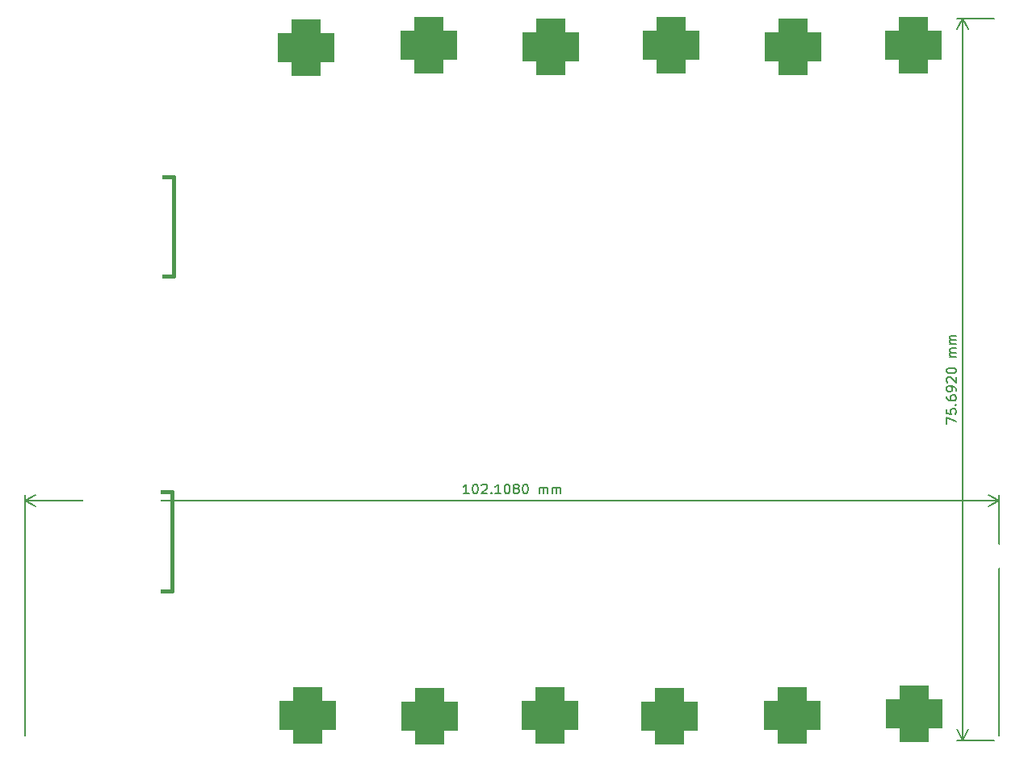
<source format=gbo>
G04 #@! TF.GenerationSoftware,KiCad,Pcbnew,6.0.4-6f826c9f35~116~ubuntu18.04.1*
G04 #@! TF.CreationDate,2022-05-23T11:49:55+08:00*
G04 #@! TF.ProjectId,Power_connector,506f7765-725f-4636-9f6e-6e6563746f72,rev?*
G04 #@! TF.SameCoordinates,Original*
G04 #@! TF.FileFunction,Legend,Bot*
G04 #@! TF.FilePolarity,Positive*
%FSLAX46Y46*%
G04 Gerber Fmt 4.6, Leading zero omitted, Abs format (unit mm)*
G04 Created by KiCad (PCBNEW 6.0.4-6f826c9f35~116~ubuntu18.04.1) date 2022-05-23 11:49:55*
%MOMM*%
%LPD*%
G01*
G04 APERTURE LIST*
G04 Aperture macros list*
%AMRoundRect*
0 Rectangle with rounded corners*
0 $1 Rounding radius*
0 $2 $3 $4 $5 $6 $7 $8 $9 X,Y pos of 4 corners*
0 Add a 4 corners polygon primitive as box body*
4,1,4,$2,$3,$4,$5,$6,$7,$8,$9,$2,$3,0*
0 Add four circle primitives for the rounded corners*
1,1,$1+$1,$2,$3*
1,1,$1+$1,$4,$5*
1,1,$1+$1,$6,$7*
1,1,$1+$1,$8,$9*
0 Add four rect primitives between the rounded corners*
20,1,$1+$1,$2,$3,$4,$5,0*
20,1,$1+$1,$4,$5,$6,$7,0*
20,1,$1+$1,$6,$7,$8,$9,0*
20,1,$1+$1,$8,$9,$2,$3,0*%
G04 Aperture macros list end*
%ADD10C,0.150000*%
%ADD11C,0.381000*%
%ADD12RoundRect,1.500000X-1.500000X1.500000X-1.500000X-1.500000X1.500000X-1.500000X1.500000X1.500000X0*%
%ADD13C,6.000000*%
%ADD14C,3.051988*%
%ADD15C,3.048000*%
%ADD16C,3.068258*%
%ADD17RoundRect,1.500000X1.500000X-1.500000X1.500000X1.500000X-1.500000X1.500000X-1.500000X-1.500000X0*%
%ADD18R,2.600000X2.600000*%
%ADD19C,2.600000*%
%ADD20R,3.200000X3.200000*%
%ADD21O,3.200000X3.200000*%
%ADD22R,1.800000X0.900000*%
%ADD23C,4.500000*%
%ADD24R,8.150860X10.800080*%
%ADD25R,3.200400X0.899160*%
G04 APERTURE END LIST*
D10*
X175340380Y-99408666D02*
X175340380Y-98742000D01*
X176340380Y-99170571D01*
X175340380Y-97884857D02*
X175340380Y-98361047D01*
X175816571Y-98408666D01*
X175768952Y-98361047D01*
X175721333Y-98265809D01*
X175721333Y-98027714D01*
X175768952Y-97932476D01*
X175816571Y-97884857D01*
X175911809Y-97837238D01*
X176149904Y-97837238D01*
X176245142Y-97884857D01*
X176292761Y-97932476D01*
X176340380Y-98027714D01*
X176340380Y-98265809D01*
X176292761Y-98361047D01*
X176245142Y-98408666D01*
X176245142Y-97408666D02*
X176292761Y-97361047D01*
X176340380Y-97408666D01*
X176292761Y-97456285D01*
X176245142Y-97408666D01*
X176340380Y-97408666D01*
X175340380Y-96503904D02*
X175340380Y-96694380D01*
X175388000Y-96789619D01*
X175435619Y-96837238D01*
X175578476Y-96932476D01*
X175768952Y-96980095D01*
X176149904Y-96980095D01*
X176245142Y-96932476D01*
X176292761Y-96884857D01*
X176340380Y-96789619D01*
X176340380Y-96599142D01*
X176292761Y-96503904D01*
X176245142Y-96456285D01*
X176149904Y-96408666D01*
X175911809Y-96408666D01*
X175816571Y-96456285D01*
X175768952Y-96503904D01*
X175721333Y-96599142D01*
X175721333Y-96789619D01*
X175768952Y-96884857D01*
X175816571Y-96932476D01*
X175911809Y-96980095D01*
X176340380Y-95932476D02*
X176340380Y-95742000D01*
X176292761Y-95646761D01*
X176245142Y-95599142D01*
X176102285Y-95503904D01*
X175911809Y-95456285D01*
X175530857Y-95456285D01*
X175435619Y-95503904D01*
X175388000Y-95551523D01*
X175340380Y-95646761D01*
X175340380Y-95837238D01*
X175388000Y-95932476D01*
X175435619Y-95980095D01*
X175530857Y-96027714D01*
X175768952Y-96027714D01*
X175864190Y-95980095D01*
X175911809Y-95932476D01*
X175959428Y-95837238D01*
X175959428Y-95646761D01*
X175911809Y-95551523D01*
X175864190Y-95503904D01*
X175768952Y-95456285D01*
X175435619Y-95075333D02*
X175388000Y-95027714D01*
X175340380Y-94932476D01*
X175340380Y-94694380D01*
X175388000Y-94599142D01*
X175435619Y-94551523D01*
X175530857Y-94503904D01*
X175626095Y-94503904D01*
X175768952Y-94551523D01*
X176340380Y-95122952D01*
X176340380Y-94503904D01*
X175340380Y-93884857D02*
X175340380Y-93789619D01*
X175388000Y-93694380D01*
X175435619Y-93646761D01*
X175530857Y-93599142D01*
X175721333Y-93551523D01*
X175959428Y-93551523D01*
X176149904Y-93599142D01*
X176245142Y-93646761D01*
X176292761Y-93694380D01*
X176340380Y-93789619D01*
X176340380Y-93884857D01*
X176292761Y-93980095D01*
X176245142Y-94027714D01*
X176149904Y-94075333D01*
X175959428Y-94122952D01*
X175721333Y-94122952D01*
X175530857Y-94075333D01*
X175435619Y-94027714D01*
X175388000Y-93980095D01*
X175340380Y-93884857D01*
X176340380Y-92361047D02*
X175673714Y-92361047D01*
X175768952Y-92361047D02*
X175721333Y-92313428D01*
X175673714Y-92218190D01*
X175673714Y-92075333D01*
X175721333Y-91980095D01*
X175816571Y-91932476D01*
X176340380Y-91932476D01*
X175816571Y-91932476D02*
X175721333Y-91884857D01*
X175673714Y-91789619D01*
X175673714Y-91646761D01*
X175721333Y-91551523D01*
X175816571Y-91503904D01*
X176340380Y-91503904D01*
X176340380Y-91027714D02*
X175673714Y-91027714D01*
X175768952Y-91027714D02*
X175721333Y-90980095D01*
X175673714Y-90884857D01*
X175673714Y-90742000D01*
X175721333Y-90646761D01*
X175816571Y-90599142D01*
X176340380Y-90599142D01*
X175816571Y-90599142D02*
X175721333Y-90551523D01*
X175673714Y-90456285D01*
X175673714Y-90313428D01*
X175721333Y-90218190D01*
X175816571Y-90170571D01*
X176340380Y-90170571D01*
X180348000Y-56896000D02*
X176451580Y-56896000D01*
X180348000Y-132588000D02*
X176451580Y-132588000D01*
X177038000Y-56896000D02*
X177038000Y-132588000D01*
X177038000Y-56896000D02*
X177038000Y-132588000D01*
X177038000Y-56896000D02*
X176451579Y-58022504D01*
X177038000Y-56896000D02*
X177624421Y-58022504D01*
X177038000Y-132588000D02*
X177624421Y-131461496D01*
X177038000Y-132588000D02*
X176451579Y-131461496D01*
X125270190Y-106744380D02*
X124698761Y-106744380D01*
X124984476Y-106744380D02*
X124984476Y-105744380D01*
X124889238Y-105887238D01*
X124794000Y-105982476D01*
X124698761Y-106030095D01*
X125889238Y-105744380D02*
X125984476Y-105744380D01*
X126079714Y-105792000D01*
X126127333Y-105839619D01*
X126174952Y-105934857D01*
X126222571Y-106125333D01*
X126222571Y-106363428D01*
X126174952Y-106553904D01*
X126127333Y-106649142D01*
X126079714Y-106696761D01*
X125984476Y-106744380D01*
X125889238Y-106744380D01*
X125794000Y-106696761D01*
X125746380Y-106649142D01*
X125698761Y-106553904D01*
X125651142Y-106363428D01*
X125651142Y-106125333D01*
X125698761Y-105934857D01*
X125746380Y-105839619D01*
X125794000Y-105792000D01*
X125889238Y-105744380D01*
X126603523Y-105839619D02*
X126651142Y-105792000D01*
X126746380Y-105744380D01*
X126984476Y-105744380D01*
X127079714Y-105792000D01*
X127127333Y-105839619D01*
X127174952Y-105934857D01*
X127174952Y-106030095D01*
X127127333Y-106172952D01*
X126555904Y-106744380D01*
X127174952Y-106744380D01*
X127603523Y-106649142D02*
X127651142Y-106696761D01*
X127603523Y-106744380D01*
X127555904Y-106696761D01*
X127603523Y-106649142D01*
X127603523Y-106744380D01*
X128603523Y-106744380D02*
X128032095Y-106744380D01*
X128317809Y-106744380D02*
X128317809Y-105744380D01*
X128222571Y-105887238D01*
X128127333Y-105982476D01*
X128032095Y-106030095D01*
X129222571Y-105744380D02*
X129317809Y-105744380D01*
X129413047Y-105792000D01*
X129460666Y-105839619D01*
X129508285Y-105934857D01*
X129555904Y-106125333D01*
X129555904Y-106363428D01*
X129508285Y-106553904D01*
X129460666Y-106649142D01*
X129413047Y-106696761D01*
X129317809Y-106744380D01*
X129222571Y-106744380D01*
X129127333Y-106696761D01*
X129079714Y-106649142D01*
X129032095Y-106553904D01*
X128984476Y-106363428D01*
X128984476Y-106125333D01*
X129032095Y-105934857D01*
X129079714Y-105839619D01*
X129127333Y-105792000D01*
X129222571Y-105744380D01*
X130127333Y-106172952D02*
X130032095Y-106125333D01*
X129984476Y-106077714D01*
X129936857Y-105982476D01*
X129936857Y-105934857D01*
X129984476Y-105839619D01*
X130032095Y-105792000D01*
X130127333Y-105744380D01*
X130317809Y-105744380D01*
X130413047Y-105792000D01*
X130460666Y-105839619D01*
X130508285Y-105934857D01*
X130508285Y-105982476D01*
X130460666Y-106077714D01*
X130413047Y-106125333D01*
X130317809Y-106172952D01*
X130127333Y-106172952D01*
X130032095Y-106220571D01*
X129984476Y-106268190D01*
X129936857Y-106363428D01*
X129936857Y-106553904D01*
X129984476Y-106649142D01*
X130032095Y-106696761D01*
X130127333Y-106744380D01*
X130317809Y-106744380D01*
X130413047Y-106696761D01*
X130460666Y-106649142D01*
X130508285Y-106553904D01*
X130508285Y-106363428D01*
X130460666Y-106268190D01*
X130413047Y-106220571D01*
X130317809Y-106172952D01*
X131127333Y-105744380D02*
X131222571Y-105744380D01*
X131317809Y-105792000D01*
X131365428Y-105839619D01*
X131413047Y-105934857D01*
X131460666Y-106125333D01*
X131460666Y-106363428D01*
X131413047Y-106553904D01*
X131365428Y-106649142D01*
X131317809Y-106696761D01*
X131222571Y-106744380D01*
X131127333Y-106744380D01*
X131032095Y-106696761D01*
X130984476Y-106649142D01*
X130936857Y-106553904D01*
X130889238Y-106363428D01*
X130889238Y-106125333D01*
X130936857Y-105934857D01*
X130984476Y-105839619D01*
X131032095Y-105792000D01*
X131127333Y-105744380D01*
X132651142Y-106744380D02*
X132651142Y-106077714D01*
X132651142Y-106172952D02*
X132698761Y-106125333D01*
X132794000Y-106077714D01*
X132936857Y-106077714D01*
X133032095Y-106125333D01*
X133079714Y-106220571D01*
X133079714Y-106744380D01*
X133079714Y-106220571D02*
X133127333Y-106125333D01*
X133222571Y-106077714D01*
X133365428Y-106077714D01*
X133460666Y-106125333D01*
X133508285Y-106220571D01*
X133508285Y-106744380D01*
X133984476Y-106744380D02*
X133984476Y-106077714D01*
X133984476Y-106172952D02*
X134032095Y-106125333D01*
X134127333Y-106077714D01*
X134270190Y-106077714D01*
X134365428Y-106125333D01*
X134413047Y-106220571D01*
X134413047Y-106744380D01*
X134413047Y-106220571D02*
X134460666Y-106125333D01*
X134555904Y-106077714D01*
X134698761Y-106077714D01*
X134794000Y-106125333D01*
X134841619Y-106220571D01*
X134841619Y-106744380D01*
X78740000Y-132088000D02*
X78740000Y-106855580D01*
X180848000Y-132088000D02*
X180848000Y-106855580D01*
X78740000Y-107442000D02*
X180848000Y-107442000D01*
X78740000Y-107442000D02*
X180848000Y-107442000D01*
X78740000Y-107442000D02*
X79866504Y-108028421D01*
X78740000Y-107442000D02*
X79866504Y-106855579D01*
X180848000Y-107442000D02*
X179721496Y-106855579D01*
X180848000Y-107442000D02*
X179721496Y-108028421D01*
D11*
X85196680Y-81539080D02*
X86497160Y-83939380D01*
X94294960Y-73540620D02*
X86497160Y-73540620D01*
X86497160Y-73540620D02*
X85196680Y-75940920D01*
X94294960Y-83939380D02*
X94294960Y-73540620D01*
X86497160Y-83939380D02*
X94294960Y-83939380D01*
X85196680Y-75940920D02*
X85196680Y-81539080D01*
X85008720Y-114559080D02*
X86309200Y-116959380D01*
X85008720Y-108960920D02*
X85008720Y-114559080D01*
X86309200Y-116959380D02*
X94107000Y-116959380D01*
X94107000Y-116959380D02*
X94107000Y-106560620D01*
X94107000Y-106560620D02*
X86309200Y-106560620D01*
X86309200Y-106560620D02*
X85008720Y-108960920D01*
%LPC*%
D12*
X171829200Y-59740800D03*
D13*
X171829200Y-66940800D03*
D14*
X135304000Y-76962000D03*
D15*
X131904000Y-76962000D03*
D14*
X135304000Y-90678000D03*
D16*
X131904000Y-90678000D03*
D14*
X119380000Y-112776000D03*
D15*
X122780000Y-112776000D03*
D16*
X122780000Y-99060000D03*
D14*
X119380000Y-99060000D03*
D17*
X159129200Y-130015800D03*
D13*
X159129200Y-122815800D03*
D12*
X121029200Y-59740800D03*
D13*
X121029200Y-66940800D03*
D12*
X146429200Y-59740800D03*
D13*
X146429200Y-66940800D03*
D17*
X133729200Y-130015800D03*
D13*
X133729200Y-122815800D03*
D12*
X133858000Y-59900000D03*
D13*
X133858000Y-67100000D03*
D17*
X108329200Y-130015800D03*
D13*
X108329200Y-122815800D03*
D15*
X109904000Y-112953800D03*
D14*
X106504000Y-112953800D03*
X106504000Y-99237800D03*
D16*
X109904000Y-99237800D03*
D14*
X144936000Y-112903000D03*
D15*
X148336000Y-112903000D03*
D16*
X148336000Y-99187000D03*
D14*
X144936000Y-99187000D03*
D15*
X157636000Y-77216000D03*
D14*
X161036000Y-77216000D03*
X161036000Y-90932000D03*
D16*
X157636000Y-90932000D03*
D18*
X95504000Y-61468000D03*
D19*
X90424000Y-61468000D03*
D15*
X160829200Y-112953800D03*
D14*
X157429200Y-112953800D03*
X157429200Y-99237800D03*
D16*
X160829200Y-99237800D03*
D20*
X179832000Y-91948000D03*
D21*
X179832000Y-76708000D03*
D15*
X173404000Y-113030000D03*
D14*
X170004000Y-113030000D03*
X170004000Y-99314000D03*
D16*
X173404000Y-99314000D03*
D17*
X121158000Y-130048000D03*
D13*
X121158000Y-122848000D03*
D14*
X109904000Y-76962000D03*
D15*
X106504000Y-76962000D03*
D14*
X109904000Y-90678000D03*
D16*
X106504000Y-90678000D03*
D12*
X159258000Y-59900000D03*
D13*
X159258000Y-67100000D03*
D22*
X87235000Y-88446000D03*
X87235000Y-101946000D03*
D23*
X93235000Y-98796000D03*
X93235000Y-91596000D03*
D14*
X173529200Y-77012800D03*
D15*
X170129200Y-77012800D03*
D16*
X170129200Y-90728800D03*
D14*
X173529200Y-90728800D03*
X131904000Y-112953800D03*
D15*
X135304000Y-112953800D03*
D14*
X131904000Y-99237800D03*
D16*
X135304000Y-99237800D03*
D17*
X171958000Y-129838000D03*
D13*
X171958000Y-122638000D03*
D15*
X119329200Y-76640300D03*
D14*
X122729200Y-76640300D03*
D16*
X119329200Y-90356300D03*
D14*
X122729200Y-90356300D03*
D12*
X108204000Y-59944000D03*
D13*
X108204000Y-67144000D03*
D17*
X146304000Y-130092000D03*
D13*
X146304000Y-122892000D03*
D20*
X179832000Y-98044000D03*
D21*
X179832000Y-113284000D03*
D14*
X148129200Y-77012800D03*
D15*
X144729200Y-77012800D03*
D14*
X148129200Y-90728800D03*
D16*
X144729200Y-90728800D03*
D24*
X89095580Y-78740000D03*
D25*
X99697540Y-74930000D03*
X99697540Y-80010000D03*
X99697540Y-81280000D03*
X99697540Y-82550000D03*
X99697540Y-76200000D03*
X99697540Y-77470000D03*
D24*
X88907620Y-111760000D03*
D25*
X99509580Y-107950000D03*
X99509580Y-115570000D03*
X99509580Y-113030000D03*
X99509580Y-109220000D03*
X99509580Y-110490000D03*
X99509580Y-114300000D03*
M02*

</source>
